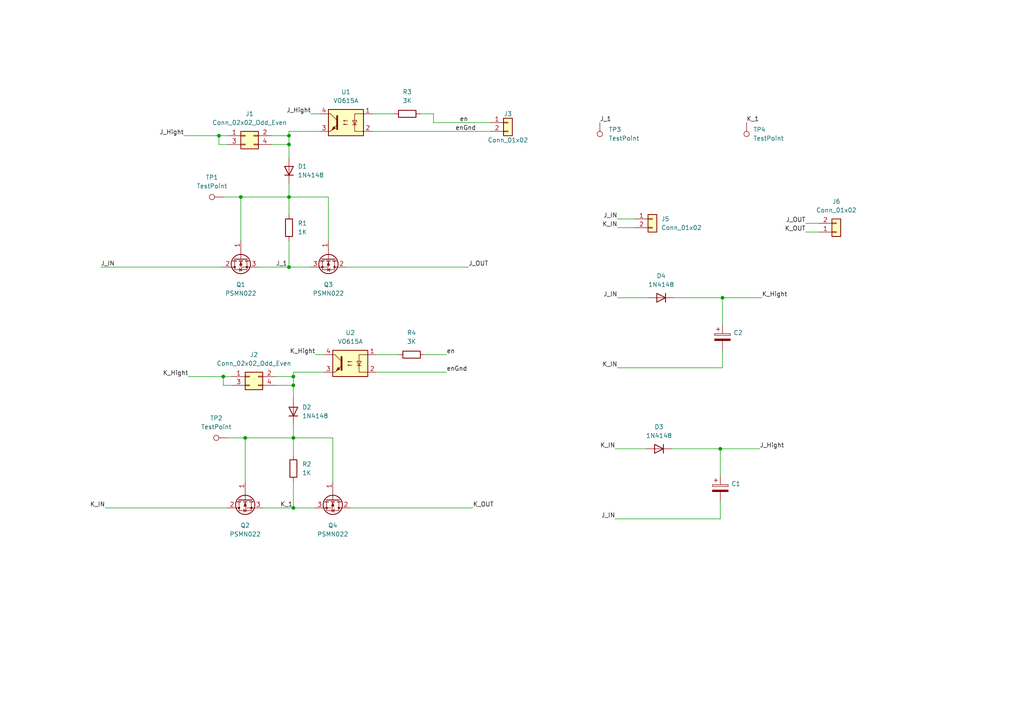
<source format=kicad_sch>
(kicad_sch (version 20211123) (generator eeschema)
  (paper "A4")
  (title_block (title "ABC Test Board"))
  (lib_symbols
    (symbol "Connector:TestPoint" (pin_numbers hide) (pin_names (offset 0.762) hide)
      (property "Reference" "TP" (at 0 6.858 0))
      (property "Value" "TestPoint" (at 0 5.08 0))
      (symbol "TestPoint_0_1"
        (circle (center 0 3.302) (radius 0.762))
      )
      (symbol "TestPoint_1_1"
        (pin passive line (at 0 0 90) (length 2.54) (name "1") (number "1"))
      )
    )
    (symbol "Connector_Generic:Conn_01x02" (pin_names (offset 1.016) hide)
      (property "Reference" "J" (at 0 2.54 0))
      (property "Value" "Conn_01x02" (at 0 -5.08 0))
      (symbol "Conn_01x02_1_1"
        (rectangle (start -1.27 -2.413) (end 0 -2.667) (stroke (width 0.1524)))
        (rectangle (start -1.27 0.127) (end 0 -0.127) (stroke (width 0.1524)))
        (rectangle (start -1.27 1.27) (end 1.27 -3.81) (stroke (width 0.254)) (fill (type background)))
        (pin passive line (at -5.08 0 0) (length 3.81) (name "Pin_1") (number "1"))
        (pin passive line (at -5.08 -2.54 0) (length 3.81) (name "Pin_2") (number "2"))
      )
    )
    (symbol "Connector_Generic:Conn_02x02_Odd_Even" (pin_names (offset 1.016) hide)
      (property "Reference" "J" (at 1.27 2.54 0))
      (property "Value" "Conn_02x02_Odd_Even" (at 1.27 -5.08 0))
      (symbol "Conn_02x02_Odd_Even_1_1"
        (rectangle (start -1.27 -2.413) (end 0 -2.667) (stroke (width 0.1524)))
        (rectangle (start -1.27 0.127) (end 0 -0.127) (stroke (width 0.1524)))
        (rectangle (start -1.27 1.27) (end 3.81 -3.81) (stroke (width 0.254)) (fill (type background)))
        (rectangle (start 3.81 -2.413) (end 2.54 -2.667) (stroke (width 0.1524)))
        (rectangle (start 3.81 0.127) (end 2.54 -0.127) (stroke (width 0.1524)))
        (pin passive line (at -5.08 0 0) (length 3.81) (name "Pin_1") (number "1"))
        (pin passive line (at 7.62 0 180) (length 3.81) (name "Pin_2") (number "2"))
        (pin passive line (at -5.08 -2.54 0) (length 3.81) (name "Pin_3") (number "3"))
        (pin passive line (at 7.62 -2.54 180) (length 3.81) (name "Pin_4") (number "4"))
      )
    )
    (symbol "Device:C_Polarized" (pin_numbers hide) (pin_names (offset 0.254))
      (property "Reference" "C" (at 0.635 2.54 0))
      (property "Value" "C_Polarized" (at 0.635 -2.54 0))
      (symbol "C_Polarized_0_1"
        (rectangle (start -2.286 0.508) (end 2.286 1.016))
        (polyline (pts (xy -1.778 2.286) (xy -0.762 2.286)))
        (polyline (pts (xy -1.27 2.794) (xy -1.27 1.778)))
        (rectangle (start 2.286 -0.508) (end -2.286 -1.016) (fill (type outline)))
      )
      (symbol "C_Polarized_1_1"
        (pin passive line (at 0 3.81 270) (length 2.794) (name "~") (number "1"))
        (pin passive line (at 0 -3.81 90) (length 2.794) (name "~") (number "2"))
      )
    )
    (symbol "Device:Q_NMOS_GDS" (pin_names (offset 0) hide)
      (property "Reference" "Q" (at 5.08 1.27 0))
      (property "Value" "Q_NMOS_GDS" (at 5.08 -1.27 0))
      (symbol "Q_NMOS_GDS_0_1"
        (polyline (pts (xy 0.254 0) (xy -2.54 0)))
        (polyline (pts (xy 0.254 1.905) (xy 0.254 -1.905)) (stroke (width 0.254)))
        (polyline (pts (xy 0.762 -1.27) (xy 0.762 -2.286)) (stroke (width 0.254)))
        (polyline (pts (xy 0.762 0.508) (xy 0.762 -0.508)) (stroke (width 0.254)))
        (polyline (pts (xy 0.762 2.286) (xy 0.762 1.27)) (stroke (width 0.254)))
        (polyline (pts (xy 2.54 2.54) (xy 2.54 1.778)))
        (polyline (pts (xy 2.54 -2.54) (xy 2.54 0) (xy 0.762 0)))
        (polyline (pts (xy 0.762 -1.778) (xy 3.302 -1.778) (xy 3.302 1.778) (xy 0.762 1.778)))
        (polyline (pts (xy 1.016 0) (xy 2.032 0.381) (xy 2.032 -0.381) (xy 1.016 0)) (fill (type outline)))
        (polyline (pts (xy 2.794 0.508) (xy 2.921 0.381) (xy 3.683 0.381) (xy 3.81 0.254)))
        (polyline (pts (xy 3.302 0.381) (xy 2.921 -0.254) (xy 3.683 -0.254) (xy 3.302 0.381)))
        (circle (center 1.651 0) (radius 2.794) (stroke (width 0.254)))
        (circle (center 2.54 -1.778) (radius 0.254) (fill (type outline)))
        (circle (center 2.54 1.778) (radius 0.254) (fill (type outline)))
      )
      (symbol "Q_NMOS_GDS_1_1"
        (pin input line (at -5.08 0 0) (length 2.54) (name "G") (number "1"))
        (pin passive line (at 2.54 5.08 270) (length 2.54) (name "D") (number "2"))
        (pin passive line (at 2.54 -5.08 90) (length 2.54) (name "S") (number "3"))
      )
    )
    (symbol "Device:R" (pin_numbers hide) (pin_names (offset 0))
      (property "Reference" "R" (at 2.032 0 90))
      (property "Value" "R" (at 0 0 90))
      (symbol "R_0_1"
        (rectangle (start -1.016 -2.54) (end 1.016 2.54) (stroke (width 0.254)))
      )
      (symbol "R_1_1"
        (pin passive line (at 0 3.81 270) (length 1.27) (name "~") (number "1"))
        (pin passive line (at 0 -3.81 90) (length 1.27) (name "~") (number "2"))
      )
    )
    (symbol "Diode:1N4148" (pin_numbers hide) (pin_names (offset 1.016) hide)
      (property "Reference" "D" (at 0 2.54 0))
      (property "Value" "1N4148" (at 0 -2.54 0))
      (symbol "1N4148_0_1"
        (polyline (pts (xy -1.27 1.27) (xy -1.27 -1.27)) (stroke (width 0.254)))
        (polyline (pts (xy 1.27 0) (xy -1.27 0)))
        (polyline (pts (xy 1.27 1.27) (xy 1.27 -1.27) (xy -1.27 0) (xy 1.27 1.27)) (stroke (width 0.254)))
      )
      (symbol "1N4148_1_1"
        (pin passive line (at -3.81 0 0) (length 2.54) (name "K") (number "1"))
        (pin passive line (at 3.81 0 180) (length 2.54) (name "A") (number "2"))
      )
    )
    (symbol "Isolator:VO615A" (pin_names (offset 0.762))
      (property "Reference" "U" (at 0 7.62 0))
      (property "Value" "VO615A" (at 0 5.08 0))
      (symbol "VO615A_0_1"
        (rectangle (start -5.08 3.81) (end 5.08 -3.81) (stroke (width 0.254)) (fill (type background)))
        (polyline (pts (xy -3.175 -0.635) (xy -1.905 -0.635)))
        (polyline (pts (xy 2.54 0.635) (xy 4.445 2.54)))
        (polyline (pts (xy 4.445 -2.54) (xy 2.54 -0.635)) (fill (type outline)))
        (polyline (pts (xy 4.445 -2.54) (xy 5.08 -2.54)))
        (polyline (pts (xy 4.445 2.54) (xy 5.08 2.54)))
        (polyline (pts (xy 2.54 1.905) (xy 2.54 -1.905) (xy 2.54 -1.905)) (stroke (width 0.508)))
        (polyline (pts (xy -5.08 2.54) (xy -2.54 2.54) (xy -2.54 -2.54) (xy -5.08 -2.54)))
        (polyline (pts (xy -2.54 -0.635) (xy -3.175 0.635) (xy -1.905 0.635) (xy -2.54 -0.635)))
        (polyline (pts (xy -0.508 -0.508) (xy 0.762 -0.508) (xy 0.381 -0.635) (xy 0.381 -0.381) (xy 0.762 -0.508)))
        (polyline (pts (xy -0.508 0.508) (xy 0.762 0.508) (xy 0.381 0.381) (xy 0.381 0.635) (xy 0.762 0.508)))
        (polyline (pts (xy 3.048 -1.651) (xy 3.556 -1.143) (xy 4.064 -2.159) (xy 3.048 -1.651) (xy 3.048 -1.651)) (fill (type outline)))
      )
      (symbol "VO615A_1_1"
        (pin passive line (at -7.62 2.54 0) (length 2.54) (name "~") (number "1"))
        (pin passive line (at -7.62 -2.54 0) (length 2.54) (name "~") (number "2"))
        (pin passive line (at 7.62 -2.54 180) (length 2.54) (name "~") (number "3"))
        (pin passive line (at 7.62 2.54 180) (length 2.54) (name "~") (number "4"))
      )
    )
  )
  (junction (at 208.915 130.175))
  (junction (at 71.12 127))
  (junction (at 83.82 77.47))
  (junction (at 83.82 39.37))
  (junction (at 63.5 39.37))
  (junction (at 85.09 109.22))
  (junction (at 85.09 147.32))
  (junction (at 85.09 111.76))
  (junction (at 64.77 109.22))
  (junction (at 69.85 57.15))
  (junction (at 209.55 86.36))
  (junction (at 83.82 41.91))
  (junction (at 85.09 127))
  (junction (at 83.82 57.15))
  (wire (pts (xy 209.55 101.6) (xy 209.55 106.68)))
  (wire (pts (xy 95.25 57.15) (xy 95.25 69.85)))
  (wire (pts (xy 74.93 77.47) (xy 83.82 77.47)))
  (wire (pts (xy 83.82 77.47) (xy 90.17 77.47)))
  (wire (pts (xy 85.09 123.19) (xy 85.09 127)))
  (wire (pts (xy 69.85 69.85) (xy 69.85 57.15)))
  (wire (pts (xy 91.44 102.87) (xy 93.98 102.87)))
  (wire (pts (xy 69.85 57.15) (xy 83.82 57.15)))
  (wire (pts (xy 85.09 109.22) (xy 85.09 111.76)))
  (wire (pts (xy 90.17 33.02) (xy 92.71 33.02)))
  (wire (pts (xy 209.55 86.36) (xy 209.55 93.98)))
  (wire (pts (xy 93.98 107.95) (xy 85.09 107.95)))
  (wire (pts (xy 29.21 77.47) (xy 64.77 77.47)))
  (wire (pts (xy 30.48 147.32) (xy 66.04 147.32)))
  (wire (pts (xy 83.82 38.1) (xy 83.82 39.37)))
  (wire (pts (xy 54.61 109.22) (xy 64.77 109.22)))
  (wire (pts (xy 66.04 41.91) (xy 63.5 41.91)))
  (wire (pts (xy 85.09 127) (xy 96.52 127)))
  (wire (pts (xy 109.22 102.87) (xy 115.57 102.87)))
  (wire (pts (xy 85.09 111.76) (xy 85.09 115.57)))
  (wire (pts (xy 63.5 41.91) (xy 63.5 39.37)))
  (wire (pts (xy 123.19 102.87) (xy 129.54 102.87)))
  (wire (pts (xy 85.09 139.7) (xy 85.09 147.32)))
  (wire (pts (xy 125.73 35.56) (xy 142.24 35.56)))
  (wire (pts (xy 83.82 69.85) (xy 83.82 77.47)))
  (wire (pts (xy 209.55 86.36) (xy 220.98 86.36)))
  (wire (pts (xy 83.82 57.15) (xy 95.25 57.15)))
  (wire (pts (xy 83.82 62.23) (xy 83.82 57.15)))
  (wire (pts (xy 83.82 39.37) (xy 83.82 41.91)))
  (wire (pts (xy 85.09 147.32) (xy 91.44 147.32)))
  (wire (pts (xy 179.07 86.36) (xy 187.96 86.36)))
  (wire (pts (xy 83.82 53.34) (xy 83.82 57.15)))
  (wire (pts (xy 195.58 86.36) (xy 209.55 86.36)))
  (wire (pts (xy 96.52 127) (xy 96.52 139.7)))
  (wire (pts (xy 85.09 132.08) (xy 85.09 127)))
  (wire (pts (xy 80.01 109.22) (xy 85.09 109.22)))
  (wire (pts (xy 80.01 111.76) (xy 85.09 111.76)))
  (wire (pts (xy 92.71 38.1) (xy 83.82 38.1)))
  (wire (pts (xy 109.22 107.95) (xy 129.54 107.95)))
  (wire (pts (xy 71.12 127) (xy 85.09 127)))
  (wire (pts (xy 233.68 64.77) (xy 237.49 64.77)))
  (wire (pts (xy 208.915 145.415) (xy 208.915 150.495)))
  (wire (pts (xy 63.5 39.37) (xy 66.04 39.37)))
  (wire (pts (xy 78.74 39.37) (xy 83.82 39.37)))
  (wire (pts (xy 178.435 130.175) (xy 187.325 130.175)))
  (wire (pts (xy 208.915 130.175) (xy 220.345 130.175)))
  (wire (pts (xy 53.34 39.37) (xy 63.5 39.37)))
  (wire (pts (xy 208.915 130.175) (xy 208.915 137.795)))
  (wire (pts (xy 179.07 66.04) (xy 184.15 66.04)))
  (wire (pts (xy 233.68 67.31) (xy 237.49 67.31)))
  (wire (pts (xy 64.77 111.76) (xy 64.77 109.22)))
  (wire (pts (xy 85.09 107.95) (xy 85.09 109.22)))
  (wire (pts (xy 107.95 38.1) (xy 142.24 38.1)))
  (wire (pts (xy 121.92 33.02) (xy 125.73 33.02)))
  (wire (pts (xy 64.77 109.22) (xy 67.31 109.22)))
  (wire (pts (xy 66.04 127) (xy 71.12 127)))
  (wire (pts (xy 76.2 147.32) (xy 85.09 147.32)))
  (wire (pts (xy 107.95 33.02) (xy 114.3 33.02)))
  (wire (pts (xy 64.77 57.15) (xy 69.85 57.15)))
  (wire (pts (xy 71.12 139.7) (xy 71.12 127)))
  (wire (pts (xy 179.07 63.5) (xy 184.15 63.5)))
  (wire (pts (xy 194.945 130.175) (xy 208.915 130.175)))
  (wire (pts (xy 179.07 106.68) (xy 209.55 106.68)))
  (wire (pts (xy 83.82 41.91) (xy 83.82 45.72)))
  (wire (pts (xy 100.33 77.47) (xy 135.89 77.47)))
  (wire (pts (xy 178.435 150.495) (xy 208.915 150.495)))
  (wire (pts (xy 67.31 111.76) (xy 64.77 111.76)))
  (wire (pts (xy 78.74 41.91) (xy 83.82 41.91)))
  (wire (pts (xy 125.73 33.02) (xy 125.73 35.56)))
  (wire (pts (xy 101.6 147.32) (xy 137.16 147.32)))
  (label "J_OUT" (at 233.68 64.77 180))
  (label "K_OUT" (at 137.16 147.32 0))
  (label "J_OUT" (at 135.89 77.47 0))
  (label "K_1" (at 216.535 35.56 0))
  (label "J_1" (at 80.01 77.47 0))
  (label "J_IN" (at 179.07 63.5 180))
  (label "J_Hight" (at 53.34 39.37 180))
  (label "en" (at 133.35 35.56 0))
  (label "J_IN" (at 178.435 150.495 180))
  (label "enGnd" (at 132.08 38.1 0))
  (label "J_Hight" (at 90.17 33.02 180))
  (label "J_Hight" (at 220.345 130.175 0))
  (label "K_IN" (at 30.48 147.32 180))
  (label "en" (at 129.54 102.87 0))
  (label "K_1" (at 81.28 147.32 0))
  (label "J_IN" (at 29.21 77.47 0))
  (label "K_IN" (at 178.435 130.175 180))
  (label "K_OUT" (at 233.68 67.31 180))
  (label "K_Hight" (at 91.44 102.87 180))
  (label "K_IN" (at 179.07 66.04 180))
  (label "K_Hight" (at 220.98 86.36 0))
  (label "K_IN" (at 179.07 106.68 180))
  (label "enGnd" (at 129.54 107.95 0))
  (label "J_1" (at 173.99 35.56 0))
  (label "J_IN" (at 179.07 86.36 180))
  (label "K_Hight" (at 54.61 109.22 180))
  (symbol (lib_id "Connector_Generic:Conn_01x02") (at 147.32 35.56 0) (unit 1)
    (property "Reference" "J3" (at 147.32 33.02 0))
    (property "Value" "Conn_01x02" (at 147.32 40.64 0))
    (property "Footprint" "Connector_PinHeader_2.54mm:PinHeader_1x02_P2.54mm_Vertical" (effects hide))
  )
  (symbol (lib_id "Device:Q_NMOS_GDS") (at 95.25 74.93 270) (unit 1)
    (property "Reference" "Q3" (at 95.25 82.55 90))
    (property "Value" "PSMN022" (at 95.25 85.09 90))
    (property "Footprint" "DigitalTrains:sot404" (effects hide))
  )
  (symbol (lib_id "Device:Q_NMOS_GDS") (at 71.12 144.78 90) (mirror x) (unit 1)
    (property "Reference" "Q2" (at 71.12 152.4 90))
    (property "Value" "PSMN022" (at 71.12 154.94 90))
    (property "Footprint" "DigitalTrains:sot404" (effects hide))
  )
  (symbol (lib_id "Connector:TestPoint") (at 64.77 57.15 90) (unit 1)
    (property "Reference" "TP1" (at 61.468 51.435 90))
    (property "Value" "TestPoint" (at 61.468 53.975 90))
    (property "Footprint" "TestPoint:TestPoint_Pad_D1.5mm" (effects hide))
  )
  (symbol (lib_id "Diode:1N4148") (at 83.82 49.53 90) (unit 1)
    (property "Reference" "D1" (at 86.36 48.2599 90) (effects (justify right)))
    (property "Value" "1N4148" (at 86.36 50.7999 90) (effects (justify right)))
    (property "Footprint" "Diode_SMD:D_SOD-323" (effects hide))
    (property "Datasheet" "https://assets.nexperia.com/documents/data-sheet/1N4148_1N4448.pdf" (effects hide))
  )
  (symbol (lib_id "Diode:1N4148") (at 85.09 119.38 90) (unit 1)
    (property "Reference" "D2" (at 87.63 118.1099 90) (effects (justify right)))
    (property "Value" "1N4148" (at 87.63 120.6499 90) (effects (justify right)))
    (property "Footprint" "Diode_SMD:D_SOD-323" (effects hide))
    (property "Datasheet" "https://assets.nexperia.com/documents/data-sheet/1N4148_1N4448.pdf" (effects hide))
  )
  (symbol (lib_id "Connector_Generic:Conn_02x02_Odd_Even") (at 71.12 39.37 0) (unit 1)
    (property "Reference" "J1" (at 72.39 33.02 0))
    (property "Value" "Conn_02x02_Odd_Even" (at 72.39 35.56 0))
    (property "Footprint" "Connector_PinHeader_2.54mm:PinHeader_2x02_P2.54mm_Vertical" (effects hide))
    (property "Footprint" "Connector_PinHeader_2.54mm:PinHeader_2x02_P2.54mm_Vertical" (effects hide))
    (property "Reference" "J1" (effects hide))
    (property "Value" "Conn_02x02_Odd_Even" (effects hide))
  )
  (symbol (lib_id "Diode:1N4148") (at 191.135 130.175 180) (unit 1)
    (property "Reference" "D3" (at 191.135 123.825 0))
    (property "Value" "1N4148" (at 191.135 126.365 0))
    (property "Footprint" "Diode_SMD:D_SOD-323" (effects hide))
    (property "Datasheet" "https://assets.nexperia.com/documents/data-sheet/1N4148_1N4448.pdf" (effects hide))
  )
  (symbol (lib_id "Isolator:VO615A") (at 101.6 105.41 0) (mirror y) (unit 1)
    (property "Reference" "U2" (at 101.6 96.52 0))
    (property "Value" "VO615A" (at 101.6 99.06 0))
    (property "Footprint" "Package_DIP:SMDIP-4_W9.53mm" (effects hide))
    (property "Datasheet" "http://www.vishay.com/docs/81753/vo615a.pdf" (effects hide))
  )
  (symbol (lib_id "Device:R") (at 83.82 66.04 0) (unit 1)
    (property "Reference" "R1" (at 86.36 64.7699 0) (effects (justify left)))
    (property "Value" "1K" (at 86.36 67.3099 0) (effects (justify left)))
    (property "Footprint" "Resistor_SMD:R_1206_3216Metric_Pad1.30x1.75mm_HandSolder" (effects hide))
  )
  (symbol (lib_id "Connector:TestPoint") (at 173.99 35.56 180) (unit 1)
    (property "Reference" "TP3" (at 176.53 37.5919 0) (effects (justify right)))
    (property "Value" "TestPoint" (at 176.53 40.1319 0) (effects (justify right)))
    (property "Footprint" "TestPoint:TestPoint_Pad_D1.5mm" (effects hide))
  )
  (symbol (lib_id "Device:R") (at 85.09 135.89 0) (unit 1)
    (property "Reference" "R2" (at 87.63 134.6199 0) (effects (justify left)))
    (property "Value" "1K" (at 87.63 137.1599 0) (effects (justify left)))
    (property "Footprint" "Resistor_SMD:R_1206_3216Metric_Pad1.30x1.75mm_HandSolder" (effects hide))
  )
  (symbol (lib_id "Device:Q_NMOS_GDS") (at 69.85 74.93 90) (mirror x) (unit 1)
    (property "Reference" "Q1" (at 69.85 82.55 90))
    (property "Value" "PSMN022" (at 69.85 85.09 90))
    (property "Footprint" "DigitalTrains:sot404" (effects hide))
  )
  (symbol (lib_id "Device:C_Polarized") (at 208.915 141.605 0) (unit 1)
    (property "Reference" "C1" (at 212.09 140.3349 0) (effects (justify left)))
    (property "Value" "4.7uF" (effects hide))
    (property "Footprint" "Capacitor_SMD:CP_Elec_4x5.4" (effects hide))
  )
  (symbol (lib_id "Connector:TestPoint") (at 66.04 127 90) (unit 1)
    (property "Reference" "TP2" (at 62.738 121.285 90))
    (property "Value" "TestPoint" (at 62.738 123.825 90))
    (property "Footprint" "TestPoint:TestPoint_Pad_D1.5mm" (effects hide))
  )
  (symbol (lib_id "Connector:TestPoint") (at 216.535 35.56 180) (unit 1)
    (property "Reference" "TP4" (at 218.44 37.5919 0) (effects (justify right)))
    (property "Value" "TestPoint" (at 218.44 40.1319 0) (effects (justify right)))
    (property "Footprint" "TestPoint:TestPoint_Pad_D1.5mm" (effects hide))
  )
  (symbol (lib_id "Diode:1N4148") (at 191.77 86.36 180) (unit 1)
    (property "Reference" "D4" (at 191.77 80.01 0))
    (property "Value" "1N4148" (at 191.77 82.55 0))
    (property "Footprint" "Diode_SMD:D_SOD-323" (effects hide))
    (property "Datasheet" "https://assets.nexperia.com/documents/data-sheet/1N4148_1N4448.pdf" (effects hide))
  )
  (symbol (lib_id "Isolator:VO615A") (at 100.33 35.56 0) (mirror y) (unit 1)
    (property "Reference" "U1" (at 100.33 26.67 0))
    (property "Value" "VO615A" (at 100.33 29.21 0))
    (property "Footprint" "Package_DIP:SMDIP-4_W9.53mm" (effects hide))
    (property "Datasheet" "http://www.vishay.com/docs/81753/vo615a.pdf" (effects hide))
  )
  (symbol (lib_id "Device:R") (at 118.11 33.02 90) (unit 1)
    (property "Reference" "R3" (at 118.11 26.67 90))
    (property "Value" "3K" (at 118.11 29.21 90))
    (property "Footprint" "Resistor_SMD:R_1206_3216Metric_Pad1.30x1.75mm_HandSolder" (effects hide))
  )
  (symbol (lib_id "Device:C_Polarized") (at 209.55 97.79 0) (unit 1)
    (property "Reference" "C2" (at 212.725 96.5199 0) (effects (justify left)))
    (property "Value" "4.7uF" (effects hide))
    (property "Footprint" "Capacitor_SMD:CP_Elec_4x5.4" (effects hide))
  )
  (symbol (lib_id "Device:R") (at 119.38 102.87 90) (unit 1)
    (property "Reference" "R4" (at 119.38 96.52 90))
    (property "Value" "3K" (at 119.38 99.06 90))
    (property "Footprint" "Resistor_SMD:R_1206_3216Metric_Pad1.30x1.75mm_HandSolder" (effects hide))
  )
  (symbol (lib_id "Connector_Generic:Conn_01x02") (at 242.57 67.31 0) (mirror x) (unit 1)
    (property "Reference" "J6" (at 242.57 58.42 0))
    (property "Value" "Conn_01x02" (at 242.57 60.96 0))
    (property "Footprint" "TerminalBlock_Phoenix:TerminalBlock_Phoenix_PT-1,5-2-3.5-H_1x02_P3.50mm_Horizontal" (effects hide))
  )
  (symbol (lib_id "Connector_Generic:Conn_02x02_Odd_Even") (at 72.39 109.22 0) (unit 1)
    (property "Reference" "J2" (at 73.66 102.87 0))
    (property "Value" "Conn_02x02_Odd_Even" (at 73.66 105.41 0))
    (property "Footprint" "Connector_PinHeader_2.54mm:PinHeader_2x02_P2.54mm_Vertical" (effects hide))
    (property "Footprint" "Connector_PinHeader_2.54mm:PinHeader_2x02_P2.54mm_Vertical" (effects hide))
    (property "Reference" "J2" (effects hide))
    (property "Value" "Conn_02x02_Odd_Even" (effects hide))
  )
  (symbol (lib_id "Connector_Generic:Conn_01x02") (at 189.23 63.5 0) (unit 1)
    (property "Reference" "J5" (at 191.77 63.4999 0) (effects (justify left)))
    (property "Value" "Conn_01x02" (at 191.77 66.0399 0) (effects (justify left)))
    (property "Footprint" "TerminalBlock_Phoenix:TerminalBlock_Phoenix_PT-1,5-2-3.5-H_1x02_P3.50mm_Horizontal" (effects hide))
  )
  (symbol (lib_id "Device:Q_NMOS_GDS") (at 96.52 144.78 270) (unit 1)
    (property "Reference" "Q4" (at 96.52 152.4 90))
    (property "Value" "PSMN022" (at 96.52 154.94 90))
    (property "Footprint" "DigitalTrains:sot404" (effects hide))
  )
)
</source>
